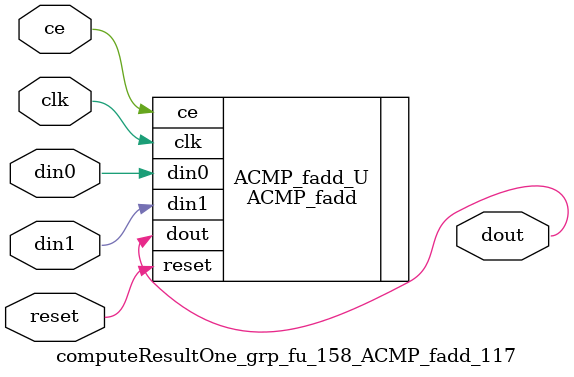
<source format=v>

`timescale 1 ns / 1 ps
module computeResultOne_grp_fu_158_ACMP_fadd_117(
    clk,
    reset,
    ce,
    din0,
    din1,
    dout);

parameter ID = 32'd1;
parameter NUM_STAGE = 32'd1;
parameter din0_WIDTH = 32'd1;
parameter din1_WIDTH = 32'd1;
parameter dout_WIDTH = 32'd1;
input clk;
input reset;
input ce;
input[din0_WIDTH - 1:0] din0;
input[din1_WIDTH - 1:0] din1;
output[dout_WIDTH - 1:0] dout;



ACMP_fadd #(
.ID( ID ),
.NUM_STAGE( 4 ),
.din0_WIDTH( din0_WIDTH ),
.din1_WIDTH( din1_WIDTH ),
.dout_WIDTH( dout_WIDTH ))
ACMP_fadd_U(
    .clk( clk ),
    .reset( reset ),
    .ce( ce ),
    .din0( din0 ),
    .din1( din1 ),
    .dout( dout ));

endmodule

</source>
